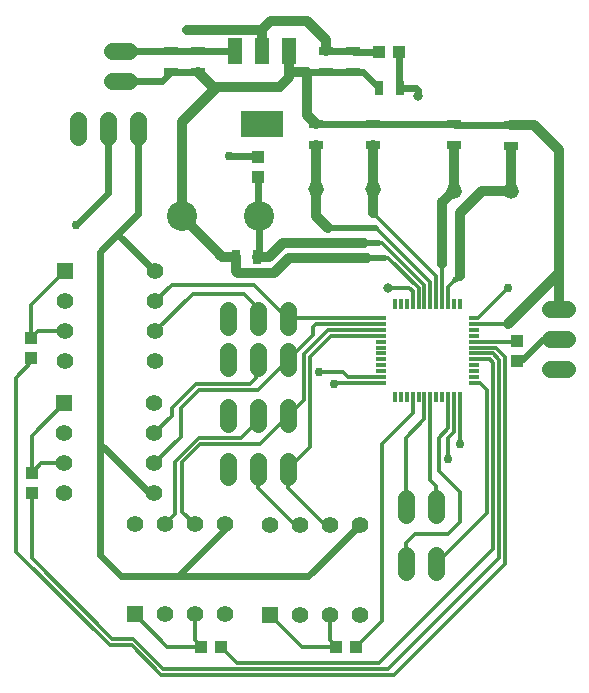
<source format=gbr>
G04 EAGLE Gerber X2 export*
%TF.Part,Single*%
%TF.FileFunction,Copper,L1,Top,Mixed*%
%TF.FilePolarity,Positive*%
%TF.GenerationSoftware,Autodesk,EAGLE,9.0.0*%
%TF.CreationDate,2019-06-24T11:27:18Z*%
G75*
%MOMM*%
%FSLAX34Y34*%
%LPD*%
%AMOC8*
5,1,8,0,0,1.08239X$1,22.5*%
G01*
%ADD10R,1.200000X0.800000*%
%ADD11R,0.800000X1.200000*%
%ADD12R,1.219000X2.235000*%
%ADD13R,3.600000X2.200000*%
%ADD14C,1.422400*%
%ADD15R,1.100000X1.000000*%
%ADD16R,0.300000X0.900000*%
%ADD17R,0.900000X0.300000*%
%ADD18R,1.000000X1.100000*%
%ADD19C,1.320800*%
%ADD20C,2.540000*%
%ADD21R,1.397000X1.397000*%
%ADD22C,1.397000*%
%ADD23C,0.609600*%
%ADD24C,0.406400*%
%ADD25C,0.812800*%
%ADD26C,0.806400*%
%ADD27C,0.756400*%
%ADD28C,0.304800*%
%ADD29C,0.508000*%


D10*
X443740Y662960D03*
X443740Y644960D03*
D11*
X637560Y631480D03*
X619560Y631480D03*
D10*
X466540Y663060D03*
X466540Y645060D03*
X575020Y662960D03*
X575020Y644960D03*
X597880Y662960D03*
X597880Y644960D03*
D12*
X543970Y662970D03*
X520860Y662970D03*
X497750Y662970D03*
D13*
X520860Y600990D03*
D14*
X765048Y444500D02*
X779272Y444500D01*
X779272Y419100D02*
X765048Y419100D01*
X765048Y393700D02*
X779272Y393700D01*
D15*
X637060Y661960D03*
X620060Y661960D03*
D16*
X688380Y448600D03*
X683380Y448600D03*
X678380Y448600D03*
X673380Y448600D03*
X668380Y448600D03*
X663380Y448600D03*
X658380Y448600D03*
X653380Y448600D03*
X648380Y448600D03*
X643380Y448600D03*
X638380Y448600D03*
X633380Y448600D03*
D17*
X621380Y436600D03*
X621380Y431600D03*
X621380Y426600D03*
X621380Y421600D03*
X621380Y416600D03*
X621380Y411600D03*
X621380Y406600D03*
X621380Y401600D03*
X621380Y396600D03*
X621380Y391600D03*
X621380Y386600D03*
X621380Y381600D03*
D16*
X633380Y369600D03*
X638380Y369600D03*
X643380Y369600D03*
X648380Y369600D03*
X653380Y369600D03*
X658380Y369600D03*
X663380Y369600D03*
X668380Y369600D03*
X673380Y369600D03*
X678380Y369600D03*
X683380Y369600D03*
X688380Y369600D03*
D17*
X700380Y381600D03*
X700380Y386600D03*
X700380Y391600D03*
X700380Y396600D03*
X700380Y401600D03*
X700380Y406600D03*
X700380Y411600D03*
X700380Y416600D03*
X700380Y421600D03*
X700380Y426600D03*
X700380Y431600D03*
X700380Y436600D03*
D18*
X736600Y400440D03*
X736600Y417440D03*
D10*
X614680Y600820D03*
X614680Y582820D03*
X566420Y600820D03*
X566420Y582820D03*
D19*
X566420Y546100D03*
X614680Y546100D03*
D10*
X683450Y583020D03*
X683450Y601020D03*
X731710Y582270D03*
X731710Y600270D03*
D19*
X731250Y544380D03*
X682990Y544380D03*
D18*
X517800Y572880D03*
X517800Y555880D03*
D11*
X516800Y488480D03*
X498800Y488480D03*
D20*
X453060Y522760D03*
X518060Y522760D03*
D21*
X354120Y476060D03*
D22*
X354120Y450660D03*
X354120Y425260D03*
X354120Y399860D03*
X430320Y399860D03*
X430320Y425260D03*
X430320Y450660D03*
X430320Y476060D03*
D18*
X325600Y402480D03*
X325600Y419480D03*
D21*
X353340Y364300D03*
D22*
X353340Y338900D03*
X353340Y313500D03*
X353340Y288100D03*
X429540Y288100D03*
X429540Y313500D03*
X429540Y338900D03*
X429540Y364300D03*
D18*
X325680Y288180D03*
X325680Y305180D03*
D21*
X412940Y185620D03*
D22*
X438340Y185620D03*
X463740Y185620D03*
X489140Y185620D03*
X489140Y261820D03*
X463740Y261820D03*
X438340Y261820D03*
X412940Y261820D03*
D15*
X486520Y158120D03*
X469520Y158120D03*
D21*
X527240Y185540D03*
D22*
X552640Y185540D03*
X578040Y185540D03*
X603440Y185540D03*
X603440Y261740D03*
X578040Y261740D03*
X552640Y261740D03*
X527240Y261740D03*
D15*
X600820Y158200D03*
X583820Y158200D03*
D14*
X542640Y428908D02*
X542640Y443132D01*
X517240Y443132D02*
X517240Y428908D01*
X491840Y428908D02*
X491840Y443132D01*
X542640Y408332D02*
X542640Y394108D01*
X517240Y394108D02*
X517240Y408332D01*
X491840Y408332D02*
X491840Y394108D01*
X542640Y360832D02*
X542640Y346608D01*
X517240Y346608D02*
X517240Y360832D01*
X491840Y360832D02*
X491840Y346608D01*
X542640Y315872D02*
X542640Y301648D01*
X517240Y301648D02*
X517240Y315872D01*
X491840Y315872D02*
X491840Y301648D01*
X415640Y589928D02*
X415640Y604152D01*
X390240Y604152D02*
X390240Y589928D01*
X364840Y589928D02*
X364840Y604152D01*
X394208Y637540D02*
X408432Y637540D01*
X408432Y662940D02*
X394208Y662940D01*
X642620Y283972D02*
X642620Y269748D01*
X668020Y269748D02*
X668020Y283972D01*
X668020Y235712D02*
X668020Y221488D01*
X642620Y221488D02*
X642620Y235712D01*
D23*
X466440Y662960D02*
X443740Y662960D01*
D24*
X466440Y662960D02*
X466540Y663060D01*
X497660Y663060D02*
X497750Y662970D01*
X466630Y662970D02*
X466540Y663060D01*
D23*
X466630Y662970D02*
X497750Y662970D01*
X443720Y662940D02*
X401320Y662940D01*
X443720Y662940D02*
X443740Y662960D01*
X575020Y662960D02*
X597880Y662960D01*
D24*
X598880Y661960D01*
D23*
X620060Y661960D01*
D24*
X517800Y572880D02*
X516420Y571500D01*
D25*
X520860Y662970D02*
X520860Y680880D01*
X528320Y688340D02*
X558800Y688340D01*
X575020Y672120D01*
X575020Y662960D01*
X528320Y688340D02*
X520860Y680880D01*
D26*
X457200Y680720D03*
D25*
X520700Y680720D01*
X520860Y680880D01*
D27*
X492760Y574040D03*
D23*
X516640Y574040D01*
X517800Y572880D01*
D27*
X581660Y381000D03*
D28*
X582260Y381600D01*
X621380Y381600D01*
D27*
X688340Y330200D03*
X728980Y462280D03*
D28*
X703300Y436600D01*
X700380Y436600D01*
X688340Y369560D02*
X688340Y330200D01*
X688340Y369560D02*
X688380Y369600D01*
D23*
X466440Y644960D02*
X443740Y644960D01*
D24*
X466440Y644960D02*
X466540Y645060D01*
X443740Y644960D02*
X443690Y644910D01*
D25*
X466540Y645060D02*
X479140Y632460D01*
X543970Y640490D02*
X543970Y645160D01*
X543970Y662970D01*
X482600Y632460D02*
X479140Y632460D01*
X482600Y632460D02*
X535940Y632460D01*
X543970Y640490D01*
D23*
X575020Y644960D02*
X597880Y644960D01*
X575020Y644960D02*
X558800Y644960D01*
D25*
X544170Y644960D01*
D24*
X543970Y645160D01*
D23*
X606080Y644960D02*
X619560Y631480D01*
X606080Y644960D02*
X597880Y644960D01*
X614680Y600820D02*
X566420Y600820D01*
X684200Y600270D02*
X731710Y600270D01*
D24*
X683650Y600820D02*
X683450Y601020D01*
D25*
X558800Y608440D02*
X558800Y644960D01*
X558800Y608440D02*
X566420Y600820D01*
D23*
X614680Y600820D02*
X683650Y600820D01*
D24*
X684200Y600270D01*
D25*
X487340Y488480D02*
X453060Y522760D01*
X487340Y488480D02*
X498800Y488480D01*
X453060Y522760D02*
X453060Y602920D01*
X482600Y632460D01*
D28*
X700380Y431600D02*
X728780Y431600D01*
X728980Y431800D01*
D25*
X772160Y474980D01*
X751010Y600270D02*
X731710Y600270D01*
X772160Y579120D02*
X772160Y474980D01*
X772160Y579120D02*
X751010Y600270D01*
X498800Y488480D02*
X498800Y476560D01*
X500380Y474980D01*
X530860Y474980D01*
X543560Y487680D01*
D28*
X653380Y461680D02*
X653380Y448600D01*
D25*
X609600Y487680D02*
X543560Y487680D01*
D27*
X678180Y317500D03*
D28*
X678180Y335280D01*
X683380Y340480D01*
X683380Y369600D01*
D27*
X568960Y391160D03*
D28*
X589280Y391160D01*
X593840Y386600D01*
X621380Y386600D01*
D25*
X772160Y444500D02*
X772160Y474980D01*
D23*
X443740Y644960D02*
X436320Y637540D01*
X401320Y637540D01*
D28*
X627380Y487680D02*
X653380Y461680D01*
X627380Y487680D02*
X624840Y487680D01*
D29*
X609600Y487680D01*
D23*
X637060Y631980D02*
X637060Y661960D01*
D24*
X637060Y631980D02*
X637560Y631480D01*
D23*
X651220Y631480D01*
X652780Y629920D01*
X652780Y624840D01*
D26*
X652780Y624840D03*
X627380Y462280D03*
D28*
X645160Y462280D01*
X648380Y459060D02*
X648380Y448600D01*
X648380Y459060D02*
X645160Y462280D01*
X736600Y400440D02*
X737480Y401320D01*
D29*
X736600Y400440D02*
X740800Y400440D01*
X759460Y419100D01*
X772160Y419100D01*
D28*
X700420Y416560D02*
X700380Y416600D01*
X735760Y416600D02*
X736600Y417440D01*
X735760Y416600D02*
X700380Y416600D01*
D25*
X566420Y546100D02*
X566420Y582820D01*
D28*
X663380Y466920D02*
X663380Y448600D01*
D29*
X617220Y513080D02*
X576580Y513080D01*
D25*
X566420Y523240D01*
X566420Y546100D01*
D28*
X617220Y513080D02*
X663380Y466920D01*
D25*
X614680Y546100D02*
X614680Y582820D01*
X614680Y546100D02*
X614680Y525780D01*
D28*
X668380Y472080D01*
X668380Y448600D01*
D25*
X731250Y544380D02*
X731250Y581810D01*
D24*
X731710Y582270D01*
D25*
X731250Y544380D02*
X706940Y544380D01*
X688340Y525780D01*
X688340Y472440D01*
D29*
X684530Y468630D01*
D28*
X678380Y462480D01*
X678380Y448600D01*
D25*
X682990Y544380D02*
X682990Y582560D01*
D24*
X683450Y583020D01*
D25*
X682990Y544380D02*
X673380Y534770D01*
X673380Y482880D01*
X673100Y482600D01*
D28*
X673380Y482880D02*
X673380Y448600D01*
X658380Y448600D02*
X658380Y464300D01*
D23*
X517800Y523020D02*
X517800Y555880D01*
X517800Y523020D02*
X518060Y522760D01*
X518060Y489740D01*
X516800Y488480D01*
D25*
X526580Y488480D01*
X538480Y500380D01*
X607060Y500380D01*
D28*
X619760Y500380D02*
X622300Y500380D01*
D29*
X619760Y500380D02*
X607060Y500380D01*
D28*
X622300Y500380D02*
X658380Y464300D01*
X658380Y369600D02*
X658380Y351040D01*
X642620Y335280D02*
X642620Y276860D01*
X642620Y335280D02*
X658380Y351040D01*
X663380Y369600D02*
X663380Y299280D01*
X668020Y294640D02*
X668020Y276860D01*
X668020Y294640D02*
X663380Y299280D01*
X331380Y425260D02*
X325600Y419480D01*
X331380Y425260D02*
X354120Y425260D01*
X325600Y419480D02*
X325600Y447540D01*
X354120Y476060D01*
X334000Y313500D02*
X325680Y305180D01*
X334000Y313500D02*
X353340Y313500D01*
X325680Y305180D02*
X325680Y336640D01*
X353340Y364300D01*
X440440Y158120D02*
X469520Y158120D01*
X440440Y158120D02*
X412940Y185620D01*
X463740Y163900D02*
X469520Y158120D01*
X463740Y163900D02*
X463740Y185620D01*
X554580Y158200D02*
X583820Y158200D01*
X554580Y158200D02*
X527240Y185540D01*
X578040Y163980D02*
X583820Y158200D01*
X578040Y163980D02*
X578040Y185540D01*
X517240Y293020D02*
X517240Y308760D01*
X548520Y261740D02*
X552640Y261740D01*
X548520Y261740D02*
X517240Y293020D01*
X542640Y293020D02*
X542640Y308760D01*
X573920Y261740D02*
X578040Y261740D01*
X573920Y261740D02*
X542640Y293020D01*
X542640Y308760D02*
X561340Y327460D01*
X561340Y403860D01*
X579080Y421600D01*
X621380Y421600D01*
X517240Y353720D02*
X517240Y349600D01*
X502920Y335280D02*
X467360Y335280D01*
X447040Y314960D01*
X502920Y335280D02*
X517240Y349600D01*
X447040Y314960D02*
X447040Y270520D01*
X438340Y261820D01*
X519120Y330200D02*
X542640Y353720D01*
X468746Y330200D02*
X452813Y314267D01*
X468746Y330200D02*
X519120Y330200D01*
X452813Y314267D02*
X452813Y272747D01*
X463740Y261820D01*
X542640Y353720D02*
X556260Y367340D01*
X556260Y406400D01*
X576460Y426600D01*
X621380Y426600D01*
X517240Y401220D02*
X515620Y399600D01*
X515620Y386080D01*
X510540Y381000D01*
X464820Y381000D01*
X444500Y360680D01*
X444500Y353860D02*
X429540Y338900D01*
X444500Y353860D02*
X444500Y360680D01*
X542640Y401220D02*
X563880Y422460D01*
X563880Y429260D01*
X566220Y431600D01*
X621380Y431600D01*
X542640Y401220D02*
X517340Y375920D01*
X467360Y375920D02*
X452120Y360680D01*
X452120Y336080D01*
X429540Y313500D01*
X467360Y375920D02*
X517340Y375920D01*
X517240Y436020D02*
X517240Y445420D01*
X505460Y457200D01*
X462260Y457200D02*
X430320Y425260D01*
X462260Y457200D02*
X505460Y457200D01*
X542640Y436020D02*
X543220Y436600D01*
X621380Y436600D01*
X542640Y436020D02*
X513840Y464820D01*
X444480Y464820D02*
X430320Y450660D01*
X444480Y464820D02*
X513840Y464820D01*
D27*
X363220Y515620D03*
D23*
X390240Y542640D01*
X390240Y597040D01*
X383540Y330200D02*
X383540Y236220D01*
X489140Y258000D02*
X489140Y261820D01*
X489140Y258000D02*
X449580Y218440D01*
X429540Y288100D02*
X425640Y288100D01*
X383540Y330200D01*
X401320Y218440D02*
X449580Y218440D01*
X401320Y218440D02*
X383540Y236220D01*
X560140Y218440D02*
X603440Y261740D01*
X560140Y218440D02*
X449580Y218440D01*
X383540Y492760D02*
X400050Y509270D01*
X383540Y492760D02*
X383540Y330200D01*
X430320Y476060D02*
X400050Y506330D01*
X400050Y509270D01*
X415640Y524860D02*
X415640Y597040D01*
X415640Y524860D02*
X400050Y509270D01*
D28*
X700380Y411600D02*
X718700Y411600D01*
X726440Y403860D01*
X435494Y134620D02*
X410787Y159327D01*
X391853Y159327D01*
X312420Y238760D02*
X312420Y386080D01*
X325600Y399260D01*
X325600Y402480D01*
X312420Y238760D02*
X391853Y159327D01*
X726440Y228600D02*
X726440Y403860D01*
X726440Y228600D02*
X632460Y134620D01*
X435494Y134620D01*
X700380Y406600D02*
X716080Y406600D01*
X721360Y401320D01*
X411480Y165100D02*
X393700Y165100D01*
X325680Y233120D01*
X325680Y288180D01*
X411480Y165100D02*
X436880Y139700D01*
X721360Y233680D02*
X721360Y401320D01*
X721360Y233680D02*
X627380Y139700D01*
X436880Y139700D01*
X700380Y401600D02*
X713460Y401600D01*
X716280Y398780D01*
X486520Y158120D02*
X499860Y144780D01*
X619760Y144780D01*
X716280Y241300D02*
X716280Y398780D01*
X716280Y241300D02*
X619760Y144780D01*
X600820Y158200D02*
X622300Y179680D01*
X648380Y356280D02*
X648380Y369600D01*
X622300Y330200D02*
X622300Y179680D01*
X622300Y330200D02*
X648380Y356280D01*
X678380Y343100D02*
X678380Y369600D01*
X678380Y343100D02*
X670560Y335280D01*
X670560Y307340D01*
X688340Y289560D02*
X688340Y264160D01*
X678180Y254000D01*
X650240Y254000D01*
X642620Y246380D01*
X642620Y228600D01*
X688340Y289560D02*
X670560Y307340D01*
X700380Y381600D02*
X705520Y381600D01*
X711200Y375920D01*
X711200Y271780D02*
X668020Y228600D01*
X711200Y271780D02*
X711200Y375920D01*
M02*

</source>
